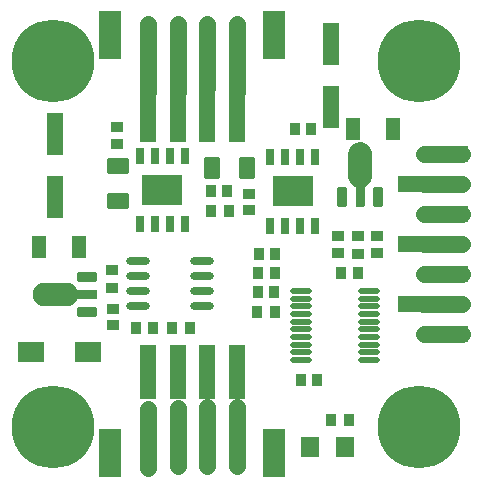
<source format=gts>
G04 Layer: TopSolderMaskLayer*
G04 EasyEDA Pro v2.1.35.b8f67982.0908df, 2023-11-24 13:13:42*
G04 Gerber Generator version 0.3*
G04 Scale: 100 percent, Rotated: No, Reflected: No*
G04 Dimensions in millimeters*
G04 Leading zeros omitted, absolute positions, 3 integers and 3 decimals*
%FSLAX33Y33*%
%MOMM*%
%AMRoundRect*1,1,$1,$2,$3*1,1,$1,$4,$5*1,1,$1,0-$2,0-$3*1,1,$1,0-$4,0-$5*20,1,$1,$2,$3,$4,$5,0*20,1,$1,$4,$5,0-$2,0-$3,0*20,1,$1,0-$2,0-$3,0-$4,0-$5,0*20,1,$1,0-$4,0-$5,$2,$3,0*4,1,4,$2,$3,$4,$5,0-$2,0-$3,0-$4,0-$5,$2,$3,0*%
%ADD10C,1.4*%
%ADD11C,7.005*%
%ADD12RoundRect,0.096X1.026X-0.813X-1.026X-0.813*%
%ADD13RoundRect,0.096X-1.026X0.813X1.026X0.813*%
%ADD14RoundRect,0.092X-0.405X0.455X0.405X0.455*%
%ADD15RoundRect,0.089X-0.306X0.606X0.306X0.606*%
%ADD16RoundRect,0.098X1.652X-1.202X-1.652X-1.202*%
%ADD17RoundRect,0.0909X0.408X-0.437X-0.408X-0.437*%
%ADD18RoundRect,0.091X0.408X-0.437X-0.408X-0.437*%
%ADD19RoundRect,0.091X-0.408X0.437X0.408X0.437*%
%ADD20RoundRect,0.091X-0.437X-0.408X-0.437X0.408*%
%ADD21RoundRect,0.092X0.455X0.405X0.455X-0.405*%
%ADD22RoundRect,0.092X0.405X-0.455X-0.405X-0.455*%
%ADD23RoundRect,0.095X0.746X-0.813X-0.746X-0.813*%
%ADD24O,1.844X0.466*%
%ADD25RoundRect,0.093X0.653X-2.253X-0.653X-2.253*%
%ADD26RoundRect,0.095X0.902X-1.952X-0.902X-1.952*%
%ADD27RoundRect,0.093X-0.653X2.253X0.653X2.253*%
%ADD28RoundRect,0.095X-0.902X1.952X0.902X1.952*%
%ADD29RoundRect,0.095X-0.604X-1.754X-0.604X1.754*%
%ADD30RoundRect,0.094X0.554X-0.854X-0.554X-0.854*%
%ADD31RoundRect,0.09X0.342X0.793X0.342X-0.793*%
%ADD32RoundRect,0.09X-0.793X0.342X0.793X0.342*%
%ADD33RoundRect,0.094X0.854X0.607X0.854X-0.607*%
%ADD34RoundRect,0.094X0.607X-0.854X-0.607X-0.854*%
%ADD35O,1.99X0.676*%
%ADD36RoundRect,0.095X-1.104X-0.639X-1.104X0.639*%
G75*


G04 PolygonModel Start*
G54D10*
G01X61Y12812D02*
G01X61Y18593D01*
G01X-2439Y13159D02*
G01X-2439Y18593D01*
G01X-4939Y12812D02*
G01X-4939Y18593D01*
G01X-7439Y12812D02*
G01X-7439Y18593D01*
G01X61Y-18800D02*
G01X61Y-13860D01*
G01X-2439Y-18800D02*
G01X-2439Y-13860D01*
G01X-4939Y-18800D02*
G01X-4939Y-13907D01*
G01X-7439Y-18948D02*
G01X-7439Y-13954D01*
G01X15900Y7620D02*
G01X19101Y7620D01*
G01X19101Y5080D02*
G01X15900Y5080D01*
G01X15900Y2540D02*
G01X19101Y2540D01*
G01X15900Y0D02*
G01X19101Y0D01*
G01X15900Y-2540D02*
G01X19101Y-2540D01*
G01X15851Y-5070D02*
G01X15890Y-5070D01*
G01X15900Y-5080D01*
G01X19101D01*
G01X15900Y-7620D02*
G01X19101Y-7620D01*
G04 PolygonModel End*

G04 Circle Start*
G54D11*
G01X15500Y-15500D03*
G01X-15500Y-15500D03*
G01X15500Y15500D03*
G01X-15500Y15500D03*
G04 Circle End*

G04 Pad Start*
G54D12*
G01X-12562Y-9185D03*
G54D13*
G01X-17370Y-9204D03*
G54D14*
G01X6362Y9703D03*
G01X4962Y9703D03*
G54D15*
G01X2927Y1521D03*
G01X4197Y1521D03*
G01X5467Y1521D03*
G01X6737Y1521D03*
G01X6737Y7337D03*
G01X5467Y7337D03*
G01X4197Y7337D03*
G01X2927Y7337D03*
G54D16*
G01X4832Y4429D03*
G54D15*
G01X-8153Y1630D03*
G01X-6883Y1630D03*
G01X-5613Y1630D03*
G01X-4343Y1630D03*
G01X-4343Y7447D03*
G01X-5613Y7447D03*
G01X-6883Y7447D03*
G01X-8153Y7447D03*
G54D16*
G01X-6248Y4539D03*
G54D18*
G01X-2118Y2797D03*
G01X-611Y2797D03*
G54D14*
G01X6877Y-11538D03*
G01X5477Y-11538D03*
G54D19*
G01X10366Y-2493D03*
G01X8859Y-2493D03*
G54D20*
G01X10337Y634D03*
G01X10337Y-873D03*
G54D21*
G01X8655Y-769D03*
G01X8655Y631D03*
G01X11962Y-757D03*
G01X11962Y643D03*
G54D18*
G01X1823Y-5760D03*
G01X3330Y-5760D03*
G54D19*
G01X3336Y-2489D03*
G01X1830Y-2489D03*
G54D22*
G01X1933Y-829D03*
G01X3333Y-829D03*
G01X1833Y-4121D03*
G01X3233Y-4121D03*
G54D23*
G01X6262Y-17171D03*
G01X9247Y-17171D03*
G54D24*
G01X11257Y-9840D03*
G01X11257Y-9190D03*
G01X11257Y-8540D03*
G01X11257Y-7890D03*
G01X11257Y-7240D03*
G01X11257Y-6590D03*
G01X11257Y-5940D03*
G01X11257Y-5290D03*
G01X11257Y-4640D03*
G01X11257Y-3990D03*
G01X5515Y-9840D03*
G01X5515Y-9190D03*
G01X5515Y-8540D03*
G01X5515Y-7890D03*
G01X5515Y-7240D03*
G01X5515Y-6590D03*
G01X5515Y-5940D03*
G01X5515Y-5290D03*
G01X5515Y-4640D03*
G01X5515Y-3990D03*
G54D22*
G01X-2118Y4429D03*
G01X-718Y4429D03*
G54D21*
G01X1079Y2829D03*
G01X1079Y4229D03*
G01X-10041Y8444D03*
G01X-10041Y9844D03*
G54D25*
G01X61Y10904D03*
G01X-2439Y10904D03*
G54D26*
G01X3261Y17704D03*
G01X-10639Y17704D03*
G54D25*
G01X-4939Y10904D03*
G01X-7439Y10904D03*
G54D27*
G01X-7439Y-10896D03*
G01X-4939Y-10896D03*
G54D28*
G01X-10639Y-17696D03*
G01X3261Y-17696D03*
G54D27*
G01X-2439Y-10896D03*
G01X61Y-10896D03*
G54D29*
G01X-15290Y9320D03*
G01X-15290Y3980D03*
G01X8082Y16951D03*
G01X8082Y11611D03*
G54D30*
G01X13333Y9750D03*
G01X9933Y9750D03*
G36*
G01X10892Y3175D02*
G02X10841Y3124I-51J0D01*
G01X10181D01*
G02X10130Y3175I0J51D01*
G01Y4832D01*
G01X10090Y4841D01*
G01X10078Y4845D01*
G01X10039Y4865D01*
G01X10037Y4866D01*
G01X9998Y4888D01*
G01X9996Y4889D01*
G01X9958Y4913D01*
G01X9956Y4914D01*
G01X9920Y4940D01*
G01X9918Y4941D01*
G01X9882Y4969D01*
G01X9881Y4970D01*
G01X9847Y4999D01*
G01X9845Y5000D01*
G01X9812Y5031D01*
G01X9811Y5032D01*
G01X9779Y5064D01*
G01X9778Y5066D01*
G01X9748Y5099D01*
G01X9747Y5101D01*
G01X9719Y5136D01*
G01X9717Y5138D01*
G01X9691Y5174D01*
G01X9689Y5176D01*
G01X9665Y5213D01*
G01X9664Y5215D01*
G01X9641Y5253D01*
G01X9639Y5255D01*
G01X9618Y5294D01*
G01X9617Y5296D01*
G01X9598Y5337D01*
G01X9597Y5339D01*
G01X9580Y5380D01*
G01X9579Y5382D01*
G01X9564Y5424D01*
G01X9563Y5426D01*
G01X9550Y5469D01*
G01X9549Y5471D01*
G01X9538Y5514D01*
G01X9537Y5516D01*
G01X9528Y5560D01*
G01X9527Y5562D01*
G01X9520Y5606D01*
G01Y5609D01*
G01X9514Y5653D01*
G01Y5655D01*
G01X9511Y5700D01*
G01Y5702D01*
G01X9510Y5746D01*
G01Y5748D01*
G01Y7602D01*
G01Y7603D01*
G01X9511Y7648D01*
G01Y7650D01*
G01X9514Y7694D01*
G01Y7697D01*
G01X9520Y7741D01*
G01Y7743D01*
G01X9527Y7787D01*
G01X9528Y7790D01*
G01X9537Y7833D01*
G01X9538Y7836D01*
G01X9549Y7879D01*
G01X9550Y7881D01*
G01X9563Y7923D01*
G01X9564Y7926D01*
G01X9579Y7968D01*
G01X9580Y7970D01*
G01X9597Y8011D01*
G01X9598Y8013D01*
G01X9617Y8053D01*
G01X9618Y8055D01*
G01X9639Y8095D01*
G01X9641Y8097D01*
G01X9664Y8135D01*
G01X9665Y8137D01*
G01X9689Y8174D01*
G01X9691Y8176D01*
G01X9717Y8212D01*
G01X9719Y8214D01*
G01X9747Y8248D01*
G01X9748Y8250D01*
G01X9778Y8284D01*
G01X9779Y8285D01*
G01X9811Y8317D01*
G01X9812Y8319D01*
G01X9845Y8349D01*
G01X9847Y8351D01*
G01X9881Y8380D01*
G01X9882Y8381D01*
G01X9918Y8408D01*
G01X9920Y8410D01*
G01X9956Y8435D01*
G01X9958Y8436D01*
G01X9996Y8460D01*
G01X9998Y8461D01*
G01X10037Y8483D01*
G01X10039Y8485D01*
G01X10078Y8505D01*
G01X10081Y8506D01*
G01X10121Y8524D01*
G01X10123Y8525D01*
G01X10165Y8541D01*
G01X10167Y8542D01*
G01X10209Y8556D01*
G01X10212Y8557D01*
G01X10254Y8570D01*
G01X10257D01*
G01X10300Y8580D01*
G01X10302Y8581D01*
G01X10346Y8589D01*
G01X10348Y8590D01*
G01X10393Y8596D01*
G01X10395D01*
G01X10439Y8600D01*
G01X10442Y8601D01*
G01X10486Y8603D01*
G01X10489D01*
G01X10533D01*
G01X10536D01*
G01X10580Y8601D01*
G01X10582Y8600D01*
G01X10627Y8596D01*
G01X10629D01*
G01X10673Y8590D01*
G01X10676Y8589D01*
G01X10719Y8581D01*
G01X10722Y8580D01*
G01X10765Y8570D01*
G01X10767D01*
G01X10810Y8557D01*
G01X10812Y8556D01*
G01X10855Y8542D01*
G01X10857Y8541D01*
G01X10898Y8525D01*
G01X10900Y8524D01*
G01X10941Y8506D01*
G01X10943Y8505D01*
G01X10983Y8485D01*
G01X10985Y8483D01*
G01X11024Y8461D01*
G01X11026Y8460D01*
G01X11064Y8436D01*
G01X11066Y8435D01*
G01X11102Y8410D01*
G01X11104Y8408D01*
G01X11139Y8381D01*
G01X11141Y8380D01*
G01X11175Y8351D01*
G01X11177Y8349D01*
G01X11209Y8319D01*
G01X11211Y8317D01*
G01X11242Y8285D01*
G01X11244Y8284D01*
G01X11274Y8250D01*
G01X11275Y8248D01*
G01X11303Y8214D01*
G01X11305Y8212D01*
G01X11331Y8176D01*
G01X11332Y8174D01*
G01X11357Y8137D01*
G01X11358Y8135D01*
G01X11381Y8097D01*
G01X11382Y8095D01*
G01X11403Y8055D01*
G01X11404Y8053D01*
G01X11424Y8013D01*
G01Y8011D01*
G01X11442Y7970D01*
G01X11443Y7968D01*
G01X11458Y7926D01*
G01X11459Y7923D01*
G01X11472Y7881D01*
G01X11473Y7879D01*
G01X11484Y7836D01*
G01X11485Y7833D01*
G01X11494Y7790D01*
G01X11495Y7787D01*
G01X11502Y7743D01*
G01Y7741D01*
G01X11507Y7697D01*
G01X11508Y7694D01*
G01X11511Y7650D01*
G01Y7648D01*
G01X11512Y7603D01*
G01Y7602D01*
G01Y5748D01*
G01Y5746D01*
G01X11511Y5702D01*
G01Y5700D01*
G01X11508Y5655D01*
G01X11507Y5653D01*
G01X11502Y5609D01*
G01Y5606D01*
G01X11495Y5562D01*
G01X11494Y5560D01*
G01X11485Y5516D01*
G01X11484Y5514D01*
G01X11473Y5471D01*
G01X11472Y5469D01*
G01X11459Y5426D01*
G01X11458Y5424D01*
G01X11443Y5382D01*
G01X11442Y5380D01*
G01X11424Y5339D01*
G01Y5337D01*
G01X11404Y5296D01*
G01X11403Y5294D01*
G01X11382Y5255D01*
G01X11381Y5253D01*
G01X11358Y5215D01*
G01X11357Y5213D01*
G01X11332Y5176D01*
G01X11331Y5174D01*
G01X11305Y5138D01*
G01X11303Y5136D01*
G01X11275Y5101D01*
G01X11274Y5099D01*
G01X11244Y5066D01*
G01X11242Y5064D01*
G01X11211Y5033D01*
G01Y5032D01*
G01X11209Y5031D01*
G01X11177Y5000D01*
G01X11175Y4999D01*
G01X11141Y4970D01*
G01X11139Y4969D01*
G01X11104Y4941D01*
G01X11102Y4940D01*
G01X11066Y4914D01*
G01X11064Y4913D01*
G01X11026Y4889D01*
G01X11024Y4888D01*
G01X10985Y4866D01*
G01X10983Y4865D01*
G01X10943Y4845D01*
G01X10932Y4841D01*
G01X10892Y4832D01*
G01Y3175D01*
G37*
G54D31*
G01X12002Y3963D03*
G01X9002Y3963D03*
G36*
G01X-16216Y-5297D02*
G01X-16261Y-5296D01*
G01X-16263D01*
G01X-16307Y-5293D01*
G01X-16310D01*
G01X-16354Y-5288D01*
G01X-16356Y-5287D01*
G01X-16400Y-5280D01*
G01X-16403D01*
G01X-16446Y-5270D01*
G01X-16448D01*
G01X-16491Y-5258D01*
G01X-16494D01*
G01X-16536Y-5244D01*
G01X-16538D01*
G01X-16580Y-5228D01*
G01X-16582Y-5227D01*
G01X-16624Y-5210D01*
G01X-16626Y-5209D01*
G01X-16666Y-5190D01*
G01X-16668Y-5189D01*
G01X-16707Y-5168D01*
G01X-16709Y-5167D01*
G01X-16747Y-5144D01*
G01X-16749Y-5143D01*
G01X-16787Y-5118D01*
G01X-16788Y-5117D01*
G01X-16824Y-5090D01*
G01X-16826Y-5089D01*
G01X-16861Y-5061D01*
G01X-16863Y-5059D01*
G01X-16896Y-5030D01*
G01X-16898Y-5028D01*
G01X-16930Y-4997D01*
G01X-16931Y-4995D01*
G01X-16962Y-4963D01*
G01X-16963Y-4961D01*
G01X-16992Y-4927D01*
G01X-16993Y-4925D01*
G01X-17021Y-4890D01*
G01X-17022Y-4888D01*
G01X-17047Y-4851D01*
G01X-17049Y-4849D01*
G01X-17072Y-4812D01*
G01X-17074Y-4810D01*
G01X-17096Y-4771D01*
G01X-17097Y-4769D01*
G01X-17117Y-4729D01*
G01X-17118Y-4727D01*
G01X-17136Y-4686D01*
G01X-17137Y-4684D01*
G01X-17153Y-4643D01*
G01X-17154Y-4641D01*
G01X-17169Y-4599D01*
G01Y-4596D01*
G01X-17182Y-4554D01*
G01Y-4551D01*
G01X-17193Y-4508D01*
G01Y-4506D01*
G01X-17201Y-4462D01*
G01X-17202Y-4460D01*
G01X-17208Y-4415D01*
G01Y-4413D01*
G01X-17212Y-4369D01*
G01X-17213Y-4366D01*
G01X-17215Y-4322D01*
G01Y-4320D01*
G01Y-4275D01*
G01Y-4273D01*
G01X-17213Y-4228D01*
G01X-17212Y-4226D01*
G01X-17208Y-4182D01*
G01Y-4179D01*
G01X-17202Y-4135D01*
G01X-17201Y-4133D01*
G01X-17193Y-4089D01*
G01Y-4087D01*
G01X-17182Y-4043D01*
G01Y-4041D01*
G01X-17169Y-3998D01*
G01Y-3996D01*
G01X-17154Y-3954D01*
G01X-17153Y-3952D01*
G01X-17137Y-3910D01*
G01X-17136Y-3908D01*
G01X-17118Y-3868D01*
G01X-17117Y-3865D01*
G01X-17097Y-3826D01*
G01X-17096Y-3824D01*
G01X-17074Y-3785D01*
G01X-17072Y-3783D01*
G01X-17049Y-3745D01*
G01X-17047Y-3743D01*
G01X-17022Y-3707D01*
G01X-17021Y-3705D01*
G01X-16993Y-3670D01*
G01X-16992Y-3668D01*
G01X-16963Y-3634D01*
G01X-16962Y-3632D01*
G01X-16931Y-3599D01*
G01X-16930Y-3598D01*
G01X-16898Y-3567D01*
G01X-16896Y-3565D01*
G01X-16863Y-3535D01*
G01X-16861Y-3534D01*
G01X-16826Y-3506D01*
G01X-16824Y-3504D01*
G01X-16788Y-3478D01*
G01X-16787Y-3477D01*
G01X-16749Y-3452D01*
G01X-16747Y-3451D01*
G01X-16709Y-3428D01*
G01X-16707Y-3427D01*
G01X-16668Y-3406D01*
G01X-16666Y-3405D01*
G01X-16626Y-3386D01*
G01X-16624Y-3385D01*
G01X-16582Y-3367D01*
G01X-16580Y-3366D01*
G01X-16538Y-3351D01*
G01X-16536Y-3350D01*
G01X-16494Y-3337D01*
G01X-16491Y-3336D01*
G01X-16448Y-3325D01*
G01X-16446Y-3324D01*
G01X-16403Y-3315D01*
G01X-16400D01*
G01X-16356Y-3307D01*
G01X-16354D01*
G01X-16310Y-3302D01*
G01X-16307D01*
G01X-16263Y-3299D01*
G01X-16261Y-3298D01*
G01X-16216Y-3297D01*
G01X-16215D01*
G01X-14361D01*
G01X-14360D01*
G01X-14315Y-3298D01*
G01X-14313Y-3299D01*
G01X-14268Y-3302D01*
G01X-14266D01*
G01X-14222Y-3307D01*
G01X-14219D01*
G01X-14175Y-3315D01*
G01X-14173D01*
G01X-14130Y-3324D01*
G01X-14127Y-3325D01*
G01X-14084Y-3336D01*
G01X-14082Y-3337D01*
G01X-14040Y-3350D01*
G01X-14037Y-3351D01*
G01X-13995Y-3366D01*
G01X-13993Y-3367D01*
G01X-13952Y-3385D01*
G01X-13950Y-3386D01*
G01X-13910Y-3405D01*
G01X-13908Y-3406D01*
G01X-13869Y-3427D01*
G01X-13867Y-3428D01*
G01X-13828Y-3451D01*
G01X-13826Y-3452D01*
G01X-13789Y-3477D01*
G01X-13787Y-3478D01*
G01X-13751Y-3504D01*
G01X-13750Y-3506D01*
G01X-13715Y-3534D01*
G01X-13713Y-3535D01*
G01X-13680Y-3565D01*
G01X-13678Y-3567D01*
G01X-13646Y-3598D01*
G01X-13645Y-3599D01*
G01X-13614Y-3632D01*
G01X-13613Y-3634D01*
G01X-13584Y-3668D01*
G01X-13582Y-3670D01*
G01X-13555Y-3705D01*
G01X-13554Y-3707D01*
G01X-13528Y-3743D01*
G01X-13527Y-3745D01*
G01X-13503Y-3783D01*
G01X-13502Y-3785D01*
G01X-13480Y-3824D01*
G01X-13479Y-3826D01*
G01X-13459Y-3865D01*
G01X-13455Y-3877D01*
G01X-13445Y-3917D01*
G01X-11788D01*
G02X-11738Y-3967I0J-50D01*
G01Y-4627D01*
G02X-11788Y-4677I-50J0D01*
G01X-13445D01*
G01X-13455Y-4718D01*
G01X-13459Y-4729D01*
G01X-13479Y-4769D01*
G01X-13480Y-4771D01*
G01X-13502Y-4810D01*
G01X-13503Y-4812D01*
G01X-13527Y-4849D01*
G01X-13528Y-4851D01*
G01X-13554Y-4888D01*
G01X-13555Y-4890D01*
G01X-13582Y-4925D01*
G01X-13584Y-4927D01*
G01X-13613Y-4961D01*
G01X-13614Y-4963D01*
G01X-13645Y-4995D01*
G01X-13646Y-4997D01*
G01X-13678Y-5028D01*
G01X-13680Y-5030D01*
G01X-13713Y-5059D01*
G01X-13715Y-5061D01*
G01X-13750Y-5089D01*
G01X-13751Y-5090D01*
G01X-13787Y-5117D01*
G01X-13789Y-5118D01*
G01X-13826Y-5143D01*
G01X-13828Y-5144D01*
G01X-13867Y-5167D01*
G01X-13869Y-5168D01*
G01X-13908Y-5189D01*
G01X-13910Y-5190D01*
G01X-13950Y-5209D01*
G01X-13952Y-5210D01*
G01X-13993Y-5227D01*
G01X-13995Y-5228D01*
G01X-14037Y-5244D01*
G01X-14040D01*
G01X-14082Y-5258D01*
G01X-14084D01*
G01X-14127Y-5270D01*
G01X-14130D01*
G01X-14173Y-5280D01*
G01X-14175D01*
G01X-14219Y-5287D01*
G01X-14222Y-5288D01*
G01X-14266Y-5293D01*
G01X-14268D01*
G01X-14313Y-5296D01*
G01X-14315D01*
G01X-14360Y-5297D01*
G01X-14361D01*
G01X-16215D01*
G01X-16216D01*
G37*
G54D32*
G01X-12576Y-2806D03*
G01X-12576Y-5806D03*
G54D18*
G01X-5427Y-7126D03*
G01X-3920Y-7126D03*
G54D20*
G01X-10460Y-2244D03*
G01X-10460Y-3751D03*
G54D33*
G01X-10011Y3606D03*
G01X-10011Y6564D03*
G54D34*
G01X-2033Y6452D03*
G01X925Y6452D03*
G54D35*
G01X-2856Y-5309D03*
G01X-2856Y-4039D03*
G01X-2856Y-2769D03*
G01X-2856Y-1499D03*
G01X-8254Y-5309D03*
G01X-8254Y-4039D03*
G01X-8254Y-2769D03*
G01X-8254Y-1499D03*
G54D30*
G01X-13287Y-245D03*
G01X-16687Y-245D03*
G54D18*
G01X-8493Y-7111D03*
G01X-6987Y-7111D03*
G54D21*
G01X-10412Y-6908D03*
G01X-10412Y-5508D03*
G54D19*
G01X9586Y-14884D03*
G01X8080Y-14884D03*
G54D36*
G01X18500Y7620D03*
G01X14900Y5080D03*
G01X18500Y2540D03*
G01X14900Y0D03*
G01X14900Y-5080D03*
G01X18500Y-2540D03*
G01X18500Y-7620D03*
G04 Pad End*

M02*

</source>
